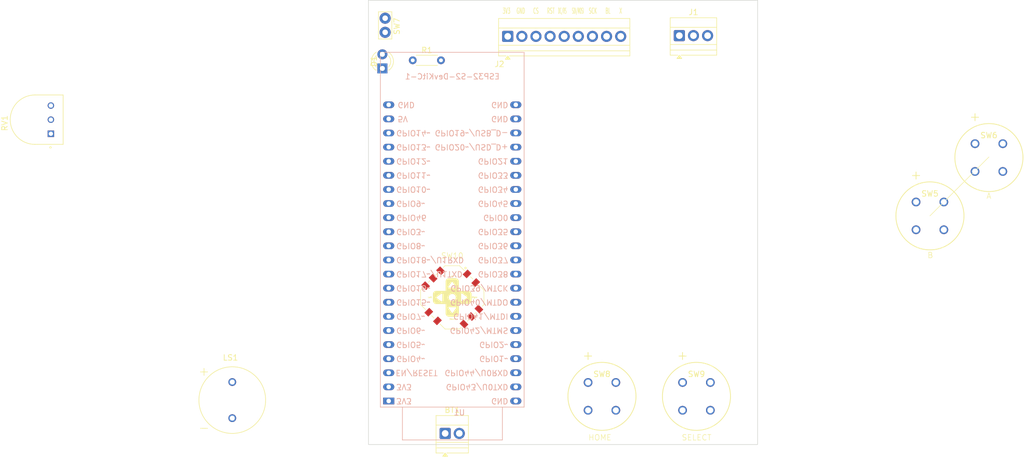
<source format=kicad_pcb>
(kicad_pcb (version 20241229) (generator "pcbnew") (generator_version "9.0")
  (layers (0 "F.Cu" signal) (2 "B.Cu" signal) (13 "F.Paste" user) (15 "B.Paste" user) (5 "F.SilkS" user "F.Silkscreen") (7 "B.SilkS" user "B.Silkscreen") (1 "F.Mask" user) (3 "B.Mask" user) (25 "Edge.Cuts" user))
  (net 0 "")
  (net 1 "5V-IN")
  (net 2 "GND")
  (net 3 "Net-(D1-A)")
  (net 4 "CS")
  (net 6 "SDI{slash}MOSI")
  (net 7 "SCK")
  (net 8 "3V3")
  (net 9 "DC{slash}RS")
  (net 10 "RESET")
  (net 11 "PIEZO")
  (net 12 "PowerLED")
  (net 13 "VOLUME")
  (net 15 "B")
  (net 19 "A")
  (net 21 "HOME")
  (net 23 "SELECT")
  (net 26 "CENTER")
  (net 27 "UP")
  (net 28 "DOWN")
  (net 29 "LEFT")
  (net 30 "RIGHT")
  (net 34 "TX")
  (net 42 "Net-(SW7-B)")
  (net 44 "RX")
  (footprint "GooseCustom:Multi-Directional Switch 5 Position" (layer "F.Cu") (at 87.57 136)
    (property "Reference" "SW10" (at 0 -7.5 0) (layer "F.SilkS") (effects (font (thickness 0.1))))
    (property "Value" "Nav Switch")
    (fp_line (start -5.7 -1.3) (end -5.4 -1.6) (stroke (width 0.1)) (layer "F.SilkS"))
    (fp_line (start -5.7 1.300001) (end -5.7 -1.3) (stroke (width 0.1)) (layer "F.SilkS"))
    (fp_line (start -4.8 2.2) (end -5.7 1.300001) (stroke (width 0.1)) (layer "F.SilkS"))
    (fp_line (start -4 -3) (end -4.3 -2.7) (stroke (width 0.1)) (layer "F.SilkS"))
    (fp_line (start -3.3 3.7) (end -3.7 3.3) (stroke (width 0.1)) (layer "F.SilkS"))
    (fp_line (start -2.7 -4.3) (end -3 -4) (stroke (width 0.1)) (layer "F.SilkS"))
    (fp_line (start -1.6 -5.4) (end -1.3 -5.7) (stroke (width 0.1)) (layer "F.SilkS"))
    (fp_line (start -1.3 -5.7) (end 1.3 -5.7) (stroke (width 0.1)) (layer "F.SilkS"))
    (fp_line (start -1.3 5.7) (end -2.2 4.8) (stroke (width 0.1)) (layer "F.SilkS"))
    (fp_line (start 1.3 -5.7) (end 2.2 -4.8) (stroke (width 0.1)) (layer "F.SilkS"))
    (fp_line (start 1.3 5.7) (end -1.3 5.7) (stroke (width 0.1)) (layer "F.SilkS"))
    (fp_line (start 1.6 5.4) (end 1.3 5.7) (stroke (width 0.1)) (layer "F.SilkS"))
    (fp_line (start 3 4) (end 2.7 4.3) (stroke (width 0.1)) (layer "F.SilkS"))
    (fp_line (start 3.3 -3.7) (end 3.7 -3.3) (stroke (width 0.1)) (layer "F.SilkS"))
    (fp_line (start 4.3 2.7) (end 4 3) (stroke (width 0.1)) (layer "F.SilkS"))
    (fp_line (start 4.8 -2.2) (end 5.7 -1.3) (stroke (width 0.1)) (layer "F.SilkS"))
    (fp_line (start 5.7 -1.3) (end 5.7 1.3) (stroke (width 0.1)) (layer "F.SilkS"))
    (fp_line (start 5.7 1.3) (end 5.4 1.6) (stroke (width 0.1)) (layer "F.SilkS"))
    (fp_circle (center 2.380662 -5.292547) (end 2.280662 -5.292547) (stroke (width 0.2)) (fill yes) (layer "F.SilkS"))
    (fp_poly (pts (xy 0.601544 -3.455956) (xy 0.631353 -3.453764) (xy 0.66087 -3.450151) (xy 0.69005 -3.445152) (xy 0.718845 -3.438802) (xy 0.74721 -3.431133) (xy 0.775097 -3.422181) (xy 0.80246 -3.41198) (xy 0.829253 -3.400563) (xy 0.855429 -3.387965) (xy 0.880942 -3.374219) (xy 0.905744 -3.35936) (xy 0.92979 -3.343423) (xy 0.953034 -3.32644) (xy 0.975427 -3.308447) (xy 0.996925 -3.289476) (xy 1.01748 -3.269564) (xy 1.037047 -3.248742) (xy 1.055577 -3.227046) (xy 1.073026 -3.20451) (xy 1.089346 -3.181168) (xy 1.104491 -3.157054) (xy 1.118414 -3.132201) (xy 1.131069 -3.106645) (xy 1.14241 -3.080419) (xy 1.152389 -3.053557) (xy 1.160961 -3.026094) (xy 1.168078 -2.998063) (xy 1.173695 -2.969499) (xy 1.177765 -2.940436) (xy 1.180241 -2.910907) (xy 1.181076 -2.880947) (xy 1.181076 -1.170681) (xy 2.882876 -1.170681) (xy 2.882894 -1.170684) (xy 2.882902 -1.170685) (xy 2.882911 -1.170687) (xy 2.912895 -1.1699) (xy 2.942496 -1.167568) (xy 2.971679 -1.163731) (xy 3.000407 -1.158433) (xy 3.028645 -1.151715) (xy 3.056357 -1.143619) (xy 3.083509 -1.134187) (xy 3.110063 -1.123459) (xy 3.135984 -1.11148) (xy 3.161237 -1.098289) (xy 3.185787 -1.08393) (xy 3.209597 -1.068443) (xy 3.232631 -1.051872) (xy 3.254855 -1.034256) (xy 3.276232 -1.01564) (xy 3.296727 -0.996063) (xy 3.316304 -0.975569) (xy 3.334928 -0.954199) (xy 3.352562 -0.931995) (xy 3.369172 -0.908999) (xy 3.384721 -0.885252) (xy 3.399174 -0.860796) (xy 3.412496 -0.835674) (xy 3.42465 -0.809927) (xy 3.435601 -0.783597) (xy 3.445313 -0.756726) (xy 3.453751 -0.729356) (xy 3.460879 -0.701528) (xy 3.466661 -0.673285) (xy 3.471062 -0.644668) (xy 3.474046 -0.615719) (xy 3.475578 -0.58648) (xy 3.475578 0.573454) (xy 3.474815 0.603535) (xy 3.472551 0.633417) (xy 3.468825 0.663052) (xy 3.463672 0.692389) (xy 3.45713 0.721378) (xy 3.449236 0.74997) (xy 3.440027 0.778116) (xy 3.429541 0.805766) (xy 3.417815 0.83287) (xy 3.404886 0.859378) (xy 3.39079 0.885242) (xy 3.375567 0.910411) (xy 3.359252 0.934836) (xy 3.341882 0.958467) (xy 3.323496 0.981255) (xy 3.30413 1.003149) (xy 3.283821 1.024101) (xy 3.262606 1.044061) (xy 3.240524 1.062979) (xy 3.21761 1.080805) (xy 3.193903 1.097491) (xy 3.169439 1.112986) (xy 3.144256 1.12724) (xy 3.11839 1.140205) (xy 3.09188 1.15183) (xy 3.064761 1.162066) (xy 3.037072 1.170863) (xy 3.00885 1.178173) (xy 2.980131 1.183944) (xy 2.950954 1.188128) (xy 2.921354 1.190674) (xy 2.89137 1.191534) (xy 1.189571 1.191534) (xy 1.189543 2.901801) (xy 1.188708 2.931016) (xy 1.186232 2.959895) (xy 1.182163 2.988398) (xy 1.176547 3.016488) (xy 1.16943 3.044124) (xy 1.160859 3.071269) (xy 1.15088 3.097884) (xy 1.139541 3.12393) (xy 1.126887 3.149367) (xy 1.112965 3.174159) (xy 1.097821 3.198264) (xy 1.081502 3.221646) (xy 1.064054 3.244265) (xy 1.045525 3.266082) (xy 1.02596 3.287059) (xy 1.005405 3.307157) (xy 0.983908 3.326337) (xy 0.961515 3.344561) (xy 0.938272 3.361789) (xy 0.914227 3.377983) (xy 0.889424 3.393104) (xy 0.863912 3.407114) (xy 0.837735 3.419973) (xy 0.810942 3.431644) (xy 0.783578 3.442086) (xy 0.75569 3.451262) (xy 0.727324 3.459132) (xy 0.698527 3.465658) (xy 0.669345 3.470802) (xy 0.639825 3.474524) (xy 0.610014 3.476785) (xy 0.579957 3.477548) (xy -0.579977 3.477548) (xy -0.61003 3.476809) (xy -0.639839 3.474617) (xy -0.669357 3.471004) (xy -0.698536 3.466005) (xy -0.727332 3.459655) (xy -0.755696 3.451987) (xy -0.783584 3.443035) (xy -0.810947 3.432833) (xy -0.83774 3.421416) (xy -0.863916 3.408818) (xy -0.889428 3.395072) (xy -0.914231 3.380214) (xy -0.938277 3.364276) (xy -0.96152 3.347293) (xy -0.983914 3.3293) (xy -1.005412 3.31033) (xy -1.025967 3.290417) (xy -1.045533 3.269595) (xy -1.064064 3.2479) (xy -1.081512 3.225364) (xy -1.097832 3.202021) (xy -1.112977 3.177907) (xy -1.126901 3.153055) (xy -1.139556 3.127498) (xy -1.150896 3.101272) (xy -1.160876 3.07441) (xy -1.169447 3.046947) (xy -1.176565 3.018916) (xy -1.182182 2.990352) (xy -1.186251 2.961289) (xy -1.188727 2.93176) (xy -1.189563 2.9018) (xy -1.189563 1.866024) (xy -0.676485 1.866024) (xy -0.676471 1.869043) (xy -0.676335 1.872032) (xy -0.676074 1.874996) (xy -0.675688 1.87794) (xy -0.675174 1.880869) (xy -0.674532 1.883786) (xy -0.67376 1.886698) (xy -0.672855 1.889608) (xy -0.671818 1.892522) (xy -0.670645 1.895443) (xy -0.667888 1.901327) (xy -0.664573 1.907299) (xy -0.660688 1.913395) (xy -0.656219 1.919653) (xy -0.080471 2.749386) (xy -0.078812 2.752512) (xy -0.077009 2.755538) (xy -0.075071 2.758465) (xy -0.073002 2.761293) (xy -0.070808 2.764022) (xy -0.068497 2.766651) (xy -0.063546 2.771612) (xy -0.058198 2.776176) (xy -0.052502 2.780343) (xy -0.046508 2.784113) (xy -0.040266 2.787485) (xy -0.033825 2.790461) (xy -0.027235 2.79304) (xy -0.020546 2.795222) (xy -0.013807 2.797007) (xy -0.007068 2.798395) (xy -0.000378 2.799387) (xy 0.006213 2.799982) (xy 0.012655 2.80018) (xy 0.019003 2.799982) (xy 0.025338 2.799387) (xy 0.031649 2.798395) (xy 0.037921 2.797007) (xy 0.044144 2.795222) (xy 0.050305 2.79304) (xy 0.056391 2.790461) (xy 0.06239 2.787485) (xy 0.06829 2.784112) (xy 0.074079 2.780343) (xy 0.079744 2.776176) (xy 0.085272 2.771612) (xy 0.090653 2.766651) (xy 0.095873 2.761293) (xy 0.100919 2.755538) (xy 0.105781 2.749386) (xy 0.689988 1.928119) (xy 0.68999 1.928133) (xy 0.689991 1.92814) (xy 0.689992 1.928147) (xy 0.694461 1.921887) (xy 0.698346 1.915776) (xy 0.701661 1.909765) (xy 0.704417 1.903804) (xy 0.706627 1.897842) (xy 0.708303 1.891832) (xy 0.709458 1.885722) (xy 0.710104 1.879463) (xy 0.710253 1.873005) (xy 0.709918 1.866299) (xy 0.70911 1.859296) (xy 0.707843 1.851944) (xy 0.706129 1.844195) (xy 0.70398 1.835999) (xy 0.701408 1.827306) (xy 0.698425 1.818067) (xy 0.69679 1.814221) (xy 0.695054 1.810615) (xy 0.69322 1.807242) (xy 0.691286 1.804093) (xy 0.689253 1.801162) (xy 0.687121 1.79844) (xy 0.684889 1.795919) (xy 0.682558 1.793593) (xy 0.680128 1.791452) (xy 0.677598 1.78949) (xy 0.674969 1.787698) (xy 0.672241 1.786069) (xy 0.669413 1.784595) (xy 0.666487 1.783268) (xy 0.660336 1.781025) (xy 0.653788 1.779278) (xy 0.646843 1.777966) (xy 0.639501 1.777025) (xy 0.631762 1.776395) (xy 0.623626 1.776012) (xy 0.615094 1.775816) (xy 0.596839 1.775733) (xy -0.563094 1.775733) (xy -0.581347 1.775816) (xy -0.589879 1.776012) (xy -0.598015 1.776395) (xy -0.605753 1.777025) (xy -0.613095 1.777966) (xy -0.616617 1.778572) (xy -0.62004 1.779278) (xy -0.623363 1.780094) (xy -0.626588 1.781025) (xy -0.629713 1.78208) (xy -0.632739 1.783268) (xy -0.635666 1.784595) (xy -0.638493 1.786069) (xy -0.641221 1.787698) (xy -0.64385 1.78949) (xy -0.64638 1.791452) (xy -0.648811 1.793593) (xy -0.651142 1.795919) (xy -0.653374 1.79844) (xy -0.655506 1.801162) (xy -0.657539 1.804093) (xy -0.659473 1.807242) (xy -0.661308 1.810615) (xy -0.663044 1.814221) (xy -0.66468 1.818067) (xy -0.667657 1.825811) (xy -0.670225 1.833196) (xy -0.672371 1.840258) (xy -0.674082 1.847035) (xy -0.675347 1.853563) (xy -0.676152 1.85988) (xy -0.676485 1.866024) (xy -1.189563 1.866024) (xy -1.189563 1.2) (xy -2.899829 1.2) (xy -2.929789 1.198372) (xy -2.959318 1.195105) (xy -2.988381 1.190247) (xy -3.016945 1.183846) (xy -3.044976 1.175951) (xy -3.072439 1.16661) (xy -3.099301 1.15587) (xy -3.125527 1.14378) (xy -3.151083 1.130387) (xy -3.175936 1.115741) (xy -3.20005 1.099888) (xy -3.223392 1.082877) (xy -3.245928 1.064756) (xy -3.267624 1.045573) (xy -3.288445 1.025376) (xy -3.308358 1.004213) (xy -3.327328 0.982132) (xy -3.345322 0.959181) (xy -3.362305 0.935409) (xy -3.378242 0.910863) (xy -3.393101 0.885592) (xy -3.406847 0.859643) (xy -3.419445 0.833064) (xy -3.430862 0.805904) (xy -3.441063 0.778211) (xy -3.450015 0.750032) (xy -3.457684 0.721416) (xy -3.464034 0.692411) (xy -3.469033 0.663065) (xy -3.472646 0.633425) (xy -3.474838 0.603541) (xy -3.475577 0.57346) (xy -3.475577 0.031606) (xy -2.849063 0.031606) (xy -2.848865 0.037955) (xy -2.84827 0.04429) (xy -2.847278 0.050601) (xy -2.84589 0.056873) (xy -2.844104 0.063096) (xy -2.841922 0.069256) (xy -2.839344 0.075342) (xy -2.836368 0.081342) (xy -2.832995 0.087242) (xy -2.829225 0.09303) (xy -2.825059 0.098695) (xy -2.820495 0.104224) (xy -2.815534 0.109605) (xy -2.810176 0.114824) (xy -2.804421 0.119871) (xy -2.798269 0.124733) (xy -1.977002 0.708911) (xy -1.970267 0.712068) (xy -1.962839 0.715125) (xy -1.958897 0.716585) (xy -1.954818 0.717984) (xy -1.950616 0.719308) (xy -1.946302 0.720545) (xy -1.94189 0.721683) (xy -1.93739 0.72271) (xy -1.932816 0.723613) (xy -1.928179 0.724379) (xy -1.923493 0.724997) (xy -1.918769 0.725453) (xy -1.91402 0.725736) (xy -1.909257 0.725833) (xy -1.907647 0.726577) (xy -1.905989 0.727225) (xy -1.904288 0.72778) (xy -1.902547 0.728246) (xy -1.900768 0.728624) (xy -1.898955 0.728919) (xy -1.895239 0.72927) (xy -1.891424 0.729324) (xy -1.887534 0.729105) (xy -1.883594 0.728638) (xy -1.87963 0.727948) (xy -1.875665 0.72706) (xy -1.871725 0.725998) (xy -1.867835 0.724788) (xy -1.86402 0.723453) (xy -1.860304 0.72202) (xy -1.856712 0.720512) (xy -1.85327 0.718954) (xy -1.850002 0.717372) (xy -1.843659 0.714001) (xy -1.837366 0.710233) (xy -1.831172 0.706067) (xy -1.825127 0.701504) (xy -1.81928 0.696545) (xy -1.813682 0.691187) (xy -1.808381 0.685433) (xy -1.803428 0.679282) (xy -1.798871 0.672734) (xy -1.794761 0.665789) (xy -1.791147 0.658447) (xy -1.788079 0.650709) (xy -1.786765 0.64669) (xy -1.785607 0.642573) (xy -1.784609 0.638356) (xy -1.783779 0.634041) (xy -1.783123 0.629626) (xy -1.782646 0.625112) (xy -1.782356 0.620499) (xy -1.782257 0.615786) (xy -1.777869 0.014655) (xy -0.637146 0.014655) (xy -0.636427 0.045204) (xy -0.634269 0.075694) (xy -0.630672 0.106067) (xy -0.625636 0.136262) (xy -0.619162 0.166222) (xy -0.611249 0.195888) (xy -0.601898 0.2252) (xy -0.591107 0.254099) (xy -0.578878 0.282528) (xy -0.565211 0.310426) (xy -0.550104 0.337736) (xy -0.533559 0.364397) (xy -0.515575 0.390352) (xy -0.496152 0.415541) (xy -0.475291 0.439905) (xy -0.452991 0.463386) (xy -0.429509 0.485686) (xy -0.405144 0.506547) (xy -0.379955 0.52597) (xy -0.354 0.543954) (xy -0.327338 0.560499) (xy -0.300028 0.575606) (xy -0.272129 0.589273) (xy -0.2437 0.601502) (xy -0.2148 0.612293) (xy -0.185488 0.621644) (xy -0.155822 0.629557) (xy -0.125862 0.636032) (xy -0.095667 0.641067) (xy -0.065294 0.644664) (xy -0.034804 0.646822) (xy -0.004255 0.647541) (xy 0.026294 0.646822) (xy 0.056784 0.644664) (xy 0.087157 0.641067) (xy 0.117352 0.636032) (xy 0.147312 0.629557) (xy 0.176978 0.621644) (xy 0.20629 0.612293) (xy 0.235189 0.601502) (xy 0.263618 0.589273) (xy 0.291516 0.575606) (xy 0.295327 0.573498) (xy 1.59591 0.573498) (xy 1.595984 0.577465) (xy 1.596205 0.581428) (xy 1.596573 0.585382) (xy 1.597084 0.589322) (xy 1.597738 0.593243) (xy 1.598534 0.597141) (xy 1.599469 0.601011) (xy 1.600542 0.604849) (xy 1.601751 0.608649) (xy 1.603095 0.612408) (xy 1.604573 0.61612) (xy 1.606183 0.619781) (xy 1.607922 0.623385) (xy 1.609791 0.62693) (xy 1.611786 0.630409) (xy 1.613907 0.633819) (xy 1.616152 0.637154) (xy 1.61852 0.64041) (xy 1.621008 0.643582) (xy 1.623616 0.646666) (xy 1.626342 0.649657) (xy 1.629184 0.65255) (xy 1.63214 0.655341) (xy 1.63521 0.658025) (xy 1.638391 0.660597) (xy 1.641683 0.663052) (xy 1.645083 0.665387) (xy 1.648589 0.667596) (xy 1.652201 0.669675) (xy 1.655917 0.671619) (xy 1.659736 0.673423) (xy 1.663654 0.675084) (xy 1.667016 0.675179) (xy 1.670712 0.675447) (xy 1.674681 0.675864) (xy 1.678862 0.676406) (xy 1.687609 0.677761) (xy 1.696455 0.679314) (xy 1.712461 0.682223) (xy 1.718628 0.683181) (xy 1.721036 0.68345) (xy 1.72291 0.683545) (xy 1.725292 0.684264) (xy 1.727672 0.684839) (xy 1.73005 0.685275) (xy 1.732422 0.685576) (xy 1.734789 0.685746) (xy 1.737148 0.685791) (xy 1.739497 0.685715) (xy 1.741836 0.685523) (xy 1.744162 0.685219) (xy 1.746474 0.684808) (xy 1.74877 0.684295) (xy 1.75105 0.683684) (xy 1.753311 0.68298) (xy 1.755551 0.682188) (xy 1.759966 0.680357) (xy 1.764281 0.678229) (xy 1.768483 0.675841) (xy 1.772562 0.673229) (xy 1.776504 0.670432) (xy 1.780296 0.667487) (xy 1.783927 0.664431) (xy 1.787384 0.6613) (xy 1.790654 0.658133) (xy 2.620388 0.082386) (xy 2.620391 0.082383) (xy 2.620394 0.08238) (xy 2.6204 0.082374) (xy 2.620403 0.08237) (xy 2.620406 0.082367) (xy 2.620409 0.082364) (xy 2.620412 0.082361) (xy 2.62656 0.077593) (xy 2.632287 0.0728) (xy 2.637566 0.067957) (xy 2.642374 0.06304) (xy 2.646686 0.058024) (xy 2.650477 0.052885) (xy 2.652169 0.050261) (xy 2.653722 0.047596) (xy 2.655132 0.044889) (xy 2.656396 0.042135) (xy 2.657512 0.039331) (xy 2.658475 0.036475) (xy 2.659284 0.033563) (xy 2.659934 0.030593) (xy 2.660424 0.02756) (xy 2.660749 0.024463) (xy 2.660907 0.021297) (xy 2.660894 0.018061) (xy 2.660708 0.01475) (xy 2.660345 0.011362) (xy 2.659802 0.007893) (xy 2.659077 0.004341) (xy 2.658165 0.000702) (xy 2.657065 -0.003026) (xy 2.655772 -0.006848) (xy 2.654284 -0.010765) (xy 2.654086 -0.017113) (xy 2.653491 -0.023449) (xy 2.652499 -0.029759) (xy 2.651111 -0.036032) (xy 2.649326 -0.042254) (xy 2.647144 -0.048415) (xy 2.644565 -0.054501) (xy 2.641589 -0.0605) (xy 2.638216 -0.0664) (xy 2.634447 -0.072189) (xy 2.63028 -0.077854) (xy 2.625716 -0.083383) (xy 2.620755 -0.088763) (xy 2.615397 -0.093983) (xy 2.609642 -0.09903) (xy 2.60349 -0.103891) (xy 1.782223 -0.688098) (xy 1.775775 -0.691167) (xy 1.76914 -0.694014) (xy 1.762333 -0.696613) (xy 1.755364 -0.698939) (xy 1.748246 -0.700967) (xy 1.740992 -0.702673) (xy 1.733614 -0.704032) (xy 1.726125 -0.70502) (xy 1.718537 -0.705611) (xy 1.710861 -0.70578) (xy 1.703112 -0.705503) (xy 1.6953 -0.704755) (xy 1.687439 -0.703512) (xy 1.679541 -0.701748) (xy 1.671618 -0.699438) (xy 1.663682 -0.696559) (xy 1.65734 -0.693188) (xy 1.651046 -0.68942) (xy 1.644852 -0.685254) (xy 1.638807 -0.680691) (xy 1.632961 -0.675731) (xy 1.627362 -0.670374) (xy 1.622061 -0.66462) (xy 1.617108 -0.658469) (xy 1.612551 -0.651921) (xy 1.608441 -0.644976) (xy 1.604827 -0.637634) (xy 1.601759 -0.629895) (xy 1.600446 -0.625877) (xy 1.599287 -0.62176) (xy 1.598289 -0.617543) (xy 1.597459 -0.613227) (xy 1.596803 -0.608813) (xy 1.596326 -0.604298) (xy 1.596036 -0.599685) (xy 1.595938 -0.594973) (xy 1.59591 0.573498) (xy 0.295327 0.573498) (xy 0.318826 0.560499) (xy 0.345487 0.543954) (xy 0.371442 0.52597) (xy 0.396631 0.506547) (xy 0.420995 0.485686) (xy 0.444476 0.463386) (xy 0.467544 0.439904) (xy 0.489124 0.415539) (xy 0.509216 0.390349) (xy 0.52782 0.364394) (xy 0.544935 0.337731) (xy 0.560562 0.310421) (xy 0.5747 0.282521) (xy 0.587351 0.254092) (xy 0.598513 0.225191) (xy 0.608187 0.195877) (xy 0.616372 0.166211) (xy 0.62307 0.13625) (xy 0.628279 0.106053) (xy 0.631999 0.07568) (xy 0.634232 0.045189) (xy 0.634976 0.014639) (xy 0.634232 -0.01591) (xy 0.631999 -0.046401) (xy 0.628279 -0.076774) (xy 0.62307 -0.10697) (xy 0.616372 -0.13693) (xy 0.608187 -0.166595) (xy 0.598513 -0.195907) (xy 0.587351 -0.224806) (xy 0.5747 -0.253234) (xy 0.560562 -0.281132) (xy 0.544935 -0.30844) (xy 0.52782 -0.3351) (xy 0.509216 -0.361053) (xy 0.489124 -0.38624) (xy 0.467544 -0.410603) (xy 0.444476 -0.434081) (xy 0.420994 -0.456381) (xy 0.39663 -0.477242) (xy 0.37144 -0.496665) (xy 0.345485 -0.514649) (xy 0.318823 -0.531194) (xy 0.291513 -0.5463) (xy 0.263614 -0.559968) (xy 0.235186 -0.572197) (xy 0.206285 -0.582988) (xy 0.176973 -0.592339) (xy 0.147307 -0.600252) (xy 0.117347 -0.606726) (xy 0.087152 -0.611762) (xy 0.056779 -0.615359) (xy 0.026289 -0.617517) (xy -0.00426 -0.618236) (xy -0.034809 -0.617517) (xy -0.065299 -0.615359) (xy -0.095672 -0.611762) (xy -0.125867 -0.606726) (xy -0.155827 -0.600252) (xy -0.185493 -0.592339) (xy -0.214805 -0.582988) (xy -0.243704 -0.572197) (xy -0.272133 -0.559968) (xy -0.300031 -0.5463) (xy -0.327341 -0.531194) (xy -0.354002 -0.514649) (xy -0.379957 -0.496665) (xy -0.405146 -0.477242) (xy -0.42951 -0.456381) (xy -0.452991 -0.434081) (xy -0.475291 -0.410599) (xy -0.496152 -0.386234) (xy -0.515575 -0.361045) (xy -0.533559 -0.33509) (xy -0.550104 -0.308428) (xy -0.565211 -0.281118) (xy -0.578878 -0.253219) (xy -0.591107 -0.22479) (xy -0.601898 -0.19589) (xy -0.611249 -0.166578) (xy -0.619162 -0.136912) (xy -0.625636 -0.106952) (xy -0.630672 -0.076757) (xy -0.634269 -0.046384) (xy -0.636427 -0.015894) (xy -0.637146 0.014655) (xy -1.777869 0.014655) (xy -1.773791 -0.544142) (xy -1.773865 -0.54811) (xy -1.774086 -0.552073) (xy -1.774454 -0.556027) (xy -1.774965 -0.559967) (xy -1.775619 -0.563888) (xy -1.776415 -0.567786) (xy -1.77735 -0.571656) (xy -1.778423 -0.575493) (xy -1.779632 -0.579294) (xy -1.780976 -0.583052) (xy -1.782454 -0.586764) (xy -1.784063 -0.590425) (xy -1.785803 -0.59403) (xy -1.787671 -0.597574) (xy -1.789667 -0.601054) (xy -1.791788 -0.604463) (xy -1.794033 -0.607798) (xy -1.7964 -0.611054) (xy -1.798889 -0.614227) (xy -1.801497 -0.61731) (xy -1.804222 -0.620301) (xy -1.807064 -0.623194) (xy -1.810021 -0.625985) (xy -1.813091 -0.628669) (xy -1.816272 -0.631241) (xy -1.819563 -0.633697) (xy -1.822963 -0.636031) (xy -1.82647 -0.638241) (xy -1.830082 -0.640319) (xy -1.833798 -0.642263) (xy -1.837616 -0.644068) (xy -1.841535 -0.645728) (xy -1.848172 -0.648705) (xy -1.855328 -0.651273) (xy -1.862931 -0.653419) (xy -1.870906 -0.65513) (xy -1.879178 -0.656395) (xy -1.887673 -0.6572) (xy -1.896317 -0.657534) (xy -1.905036 -0.657383) (xy -1.913754 -0.656736) (xy -1.922398 -0.655581) (xy -1.930893 -0.653904) (xy -1.939165 -0.651693) (xy -1.94714 -0.648937) (xy -1.954742 -0.645622) (xy -1.961899 -0.641736) (xy -1.965287 -0.639575) (xy -1.968535 -0.637267) (xy -2.798269 -0.06152) (xy -2.801394 -0.05986) (xy -2.804421 -0.058058) (xy -2.807348 -0.056119) (xy -2.810176 -0.05405) (xy -2.812905 -0.051857) (xy -2.815534 -0.049546) (xy -2.820495 -0.044594) (xy -2.825059 -0.039246) (xy -2.829225 -0.03355) (xy -2.832995 -0.027556) (xy -2.836368 -0.021314) (xy -2.839344 -0.014873) (xy -2.841922 -0.008283) (xy -2.844104 -0.001594) (xy -2.84589 0.005145) (xy -2.847278 0.011884) (xy -2.84827 0.018574) (xy -2.848865 0.025165) (xy -2.849063 0.031606) (xy -3.475577 0.031606) (xy -3.475577 -0.586474) (xy -3.474838 -0.615713) (xy -3.472646 -0.644663) (xy -3.469033 -0.67328) (xy -3.464034 -0.701524) (xy -3.457684 -0.729352) (xy -3.450015 -0.756723) (xy -3.441063 -0.783594) (xy -3.430862 -0.809924) (xy -3.419445 -0.835671) (xy -3.406847 -0.860793) (xy -3.393101 -0.885249) (xy -3.378242 -0.908996) (xy -3.362305 -0.931992) (xy -3.345322 -0.954196) (xy -3.327329 -0.975566) (xy -3.308358 -0.99606) (xy -3.288446 -1.015636) (xy -3.267624 -1.034253) (xy -3.245928 -1.051867) (xy -3.223392 -1.068439) (xy -3.20005 -1.083925) (xy -3.175936 -1.098285) (xy -3.151083 -1.111475) (xy -3.125527 -1.123454) (xy -3.099301 -1.134181) (xy -3.072439 -1.143614) (xy -3.044976 -1.15171) (xy -3.016945 -1.158428) (xy -2.988381 -1.163726) (xy -2.959318 -1.167562) (xy -2.929789 -1.169894) (xy -2.899829 -1.170681) (xy -1.189563 -1.170681) (xy -1.189563 -1.857094) (xy -0.718775 -1.857094) (xy -0.718443 -1.850183) (xy -0.717639 -1.843148) (xy -0.716377 -1.835977) (xy -0.714669 -1.828657) (xy -0.712527 -1.821176) (xy -0.709963 -1.813521) (xy -0.706991 -1.805681) (xy -0.706995 -1.805709) (xy -0.705333 -1.801886) (xy -0.703526 -1.798348) (xy -0.70158 -1.795079) (xy -0.6995 -1.792066) (xy -0.697289 -1.789295) (xy -0.694952 -1.786751) (xy -0.692495 -1.784422) (xy -0.689921 -1.782292) (xy -0.687236 -1.780349) (xy -0.684444 -1.778578) (xy -0.68155 -1.776964) (xy -0.678558 -1.775495) (xy -0.6723 -1.772934) (xy -0.665708 -1.770782) (xy -0.658818 -1.768928) (xy -0.651667 -1.76726) (xy -0.636734 -1.764037) (xy -0.629026 -1.762258) (xy -0.621206 -1.760219) (xy -0.613312 -1.757808) (xy -0.605381 -1.754914) (xy 0.554552 -1.754914) (xy 0.570377 -1.755014) (xy 0.578196 -1.755249) (xy 0.585904 -1.755708) (xy 0.593463 -1.756465) (xy 0.600835 -1.757593) (xy 0.60444 -1.75832) (xy 0.607985 -1.759168) (xy 0.611464 -1.760146) (xy 0.614874 -1.761264) (xy 0.618209 -1.76253) (xy 0.621465 -1.763955) (xy 0.624637 -1.765547) (xy 0.627721 -1.767315) (xy 0.630712 -1.76927) (xy 0.633605 -1.77142) (xy 0.636395 -1.773775) (xy 0.639079 -1.776343) (xy 0.641651 -1.779135) (xy 0.644107 -1.782159) (xy 0.646442 -1.785425) (xy 0.648651 -1.788943) (xy 0.65073 -1.79272) (xy 0.652674 -1.796768) (xy 0.654478 -1.801094) (xy 0.656138 -1.805709) (xy 0.659116 -1.813453) (xy 0.661684 -1.820838) (xy 0.663829 -1.8279) (xy 0.665541 -1.834676) (xy 0.666805 -1.841205) (xy 0.66761 -1.847522) (xy 0.667944 -1.853666) (xy 0.66793 -1.856684) (xy 0.667793 -1.859673) (xy 0.667533 -1.862638) (xy 0.667146 -1.865582) (xy 0.666633 -1.86851) (xy 0.665991 -1.871428) (xy 0.665218 -1.87434) (xy 0.664314 -1.87725) (xy 0.663276 -1.880163) (xy 0.662103 -1.883085) (xy 0.659347 -1.888969) (xy 0.656032 -1.894941) (xy 0.652146 -1.901037) (xy 0.647677 -1.907295) (xy 0.07193 -2.737028) (xy 0.07027 -2.740154) (xy 0.068468 -2.74318) (xy 0.066529 -2.746108) (xy 0.06446 -2.748936) (xy 0.062267 -2.751664) (xy 0.059956 -2.754294) (xy 0.055004 -2.759254) (xy 0.049656 -2.763818) (xy 0.04396 -2.767985) (xy 0.037966 -2.771755) (xy 0.031724 -2.775127) (xy 0.025283 -2.778103) (xy 0.018693 -2.780682) (xy 0.012004 -2.782864) (xy 0.005265 -2.784649) (xy -0.001474 -2.786038) (xy -0.008164 -2.787029) (xy -0.014754 -2.787624) (xy -0.021196 -2.787822) (xy -0.027545 -2.787624) (xy -0.03388 -2.787029) (xy -0.04019 -2.786038) (xy -0.046463 -2.784649) (xy -0.052686 -2.782864) (xy -0.058846 -2.780682) (xy -0.064932 -2.778103) (xy -0.070932 -2.775127) (xy -0.076832 -2.771755) (xy -0.08262 -2.767985) (xy -0.088285 -2.763818) (xy -0.093814 -2.759254) (xy -0.099195 -2.754294) (xy -0.104414 -2.748936) (xy -0.109461 -2.74318) (xy -0.114323 -2.737028) (xy -0.69853 -1.915761) (xy -0.702994 -1.909408) (xy -0.706875 -1.903042) (xy -0.710186 -1.896652) (xy -0.71294 -1.890224) (xy -0.715148 -1.883747) (xy -0.716823 -1.877207) (xy -0.717978 -1.870594) (xy -0.718625 -1.863893) (xy -0.718775 -1.857094) (xy -1.189563 -1.857094) (xy -1.189563 -2.880947) (xy -1.188727 -2.910163) (xy -1.186252 -2.939041) (xy -1.182183 -2.967545) (xy -1.176566 -2.995634) (xy -1.16945 -3.023271) (xy -1.160879 -3.050416) (xy -1.1509 -3.077031) (xy -1.139561 -3.103076) (xy -1.126907 -3.128514) (xy -1.112984 -3.153305) (xy -1.097841 -3.177411) (xy -1.081522 -3.200793) (xy -1.064074 -3.223412) (xy -1.045545 -3.245229) (xy -1.025979 -3.266206) (xy -1.005425 -3.286304) (xy -0.983928 -3.305484) (xy -0.961535 -3.323708) (xy -0.938292 -3.340936) (xy -0.914246 -3.35713) (xy -0.889444 -3.372251) (xy -0.863931 -3.386261) (xy -0.837755 -3.39912) (xy -0.810962 -3.41079) (xy -0.783598 -3.421233) (xy -0.755709 -3.430408) (xy -0.727344 -3.438279) (xy -0.698546 -3.444805) (xy -0.669365 -3.449949) (xy -0.639845 -3.453671) (xy -0.610033 -3.455932) (xy -0.579977 -3.456695) (xy 0.57149 -3.456695)) (stroke (width -0.000001)) (fill yes) (layer "F.SilkS"))
    (fp_text user "Up" (at 0 -3.8 0) (layer "F.SilkS") (effects (font (size 0.25 0.25) (thickness 0.0625))))
    (fp_text user "Right" (at 4 0 0) (layer "F.SilkS") (effects (font (size 0.25 0.25) (thickness 0.0625))))
    (fp_text user "Down" (at 0 3.9 0) (layer "F.SilkS") (effects (font (size 0.25 0.25) (thickness 0.0625))))
    (fp_text user "Left" (at -4 0 0) (layer "F.SilkS") (effects (font (size 0.25 0.25) (thickness 0.0625))))
    (pad "1" smd rect (at 2.669328 -4.224963 135) (size 1 1.25) (layers "F.Cu" "F.Mask" "F.Paste") (net 27 "UP"))
    (pad "2" smd rect (at 4.224963 -2.669328 135) (size 1 1.25) (layers "F.Cu" "F.Mask" "F.Paste") (net 30 "RIGHT"))
    (pad "3" smd rect (at 4.790648 2.103643 225) (size 1 1.25) (layers "F.Cu" "F.Mask" "F.Paste") (net 2 "GND"))
    (pad "4" smd rect (at 3.447146 3.447146 225) (size 1 1.25) (layers "F.Cu" "F.Mask" "F.Paste") (net 26 "CENTER"))
    (pad "5" smd rect (at 2.103643 4.790648 225) (size 1 1.25) (layers "F.Cu" "F.Mask" "F.Paste") (net 28 "DOWN"))
    (pad "6" smd rect (at -2.669328 4.224963 315) (size 1 1.25) (layers "F.Cu" "F.Mask" "F.Paste") (net 2 "GND"))
    (pad "7" smd rect (at -4.224963 2.669328 315) (size 1 1.25) (layers "F.Cu" "F.Mask" "F.Paste") (net 29 "LEFT"))
    (pad "8" smd rect (at -4.790648 -2.103643 45) (size 1 1.25) (layers "F.Cu" "F.Mask" "F.Paste") (net 2 "GND"))
    (pad "9" smd rect (at -3.447146 -3.447146 45) (size 1 1.25) (layers "F.Cu" "F.Mask" "F.Paste") (net 2 "GND"))
    (pad "10" smd rect (at -2.103643 -4.790648 45) (size 1 1.25) (layers "F.Cu" "F.Mask" "F.Paste") (net 2 "GND"))
  )
  (footprint "GooseCustom:Piezo_XDCR_AT-1224-TWT-5V-2-R" (layer "F.Cu") (at 48 154.5)
    (property "Reference" "LS1" (at -0.325 -7.635 0) (layer "F.SilkS"))
    (property "Value" "~")
    (fp_line (start -5.715 -5.08) (end -4.445 -5.08) (stroke (width 0.127)) (layer "F.SilkS"))
    (fp_line (start -5.715 5.08) (end -4.445 5.08) (stroke (width 0.127)) (layer "F.SilkS"))
    (fp_line (start -5.08 -5.715) (end -5.08 -4.445) (stroke (width 0.127)) (layer "F.SilkS"))
    (fp_circle (center 0 0) (end 6 0) (stroke (width 0.127)) (fill no) (layer "F.SilkS"))
    (pad "N" thru_hole circle (at 0 3.25) (size 1.408 1.408) (drill 0.9) (layers "*.Cu" "*.Mask") (net 2 "GND"))
    (pad "P" thru_hole circle (at 0 -3.25) (size 1.408 1.408) (drill 0.9) (layers "*.Cu" "*.Mask") (net 11 "PIEZO"))
  )
  (footprint "TerminalBlock:TerminalBlock_Xinya_XY308-2.54-2P_1x02_P2.54mm_Horizontal" (layer "F.Cu") (at 86.295 160.5)
    (property "Reference" "BT1" (at 1.27 -4.22 0) (layer "F.SilkS"))
    (property "Value" "Battery_Cell")
    (fp_line (start -1.64 -3.22) (end 4.18 -3.22) (stroke (width 0.12)) (layer "F.SilkS"))
    (fp_line (start -1.64 -1.5) (end 4.18 -1.5) (stroke (width 0.12)) (layer "F.SilkS"))
    (fp_line (start -1.64 1.6) (end 4.18 1.6) (stroke (width 0.12)) (layer "F.SilkS"))
    (fp_line (start -1.64 2.6) (end 4.18 2.6) (stroke (width 0.12)) (layer "F.SilkS"))
    (fp_line (start -1.64 3.52) (end -1.64 -3.22) (stroke (width 0.12)) (layer "F.SilkS"))
    (fp_line (start -0.3 3.52) (end -1.64 3.52) (stroke (width 0.12)) (layer "F.SilkS"))
    (fp_line (start 4.18 -3.22) (end 4.18 3.52) (stroke (width 0.12)) (layer "F.SilkS"))
    (fp_line (start 4.18 3.52) (end 0.3 3.52) (stroke (width 0.12)) (layer "F.SilkS"))
    (fp_poly (pts (xy 0 3.52) (xy 0.44 4.13) (xy -0.44 4.13)) (stroke (width 0.12)) (fill yes) (layer "F.SilkS"))
    (pad "1" thru_hole roundrect (at 0 0) (size 2 2) (drill 1.2) (layers "*.Cu" "*.Mask") (roundrect_rratio 0.125) (net 2 "GND"))
    (pad "2" thru_hole circle (at 2.54 0) (size 2 2) (drill 1.2) (layers "*.Cu" "*.Mask") (net 1 "5V-IN"))
  )
  (footprint "GooseCustom:D6R90_CNK Button" (layer "F.Cu") (at 181.606602 108.325505)
    (property "Reference" "SW6" (at 2.5 -1.5 0) (layer "F.SilkS"))
    (property "Value" "SW_Push_Dual" (hide yes))
    (fp_line (start -0.635 -4.764405) (end 0.635 -4.764405) (stroke (width 0.1524)) (layer "F.SilkS"))
    (fp_line (start 0 -4.129405) (end 0 -5.399405) (stroke (width 0.1524)) (layer "F.SilkS"))
    (fp_circle (center 2.5 2.499995) (end 8.6214 2.499995) (stroke (width 0.1524)) (fill no) (layer "F.SilkS"))
    (pad "1" thru_hole circle (at 0 0) (size 1.5748 1.5748) (drill 1.0668) (layers "*.Cu" "*.Mask") (net 2 "GND"))
    (pad "2" thru_hole circle (at 5 0) (size 1.5748 1.5748) (drill 1.0668) (layers "*.Cu" "*.Mask"))
    (pad "3" thru_hole circle (at 5 4.99999) (size 1.5748 1.5748) (drill 1.0668) (layers "*.Cu" "*.Mask"))
    (pad "4" thru_hole circle (at 0 4.99999) (size 1.5748 1.5748) (drill 1.0668) (layers "*.Cu" "*.Mask") (net 19 "A"))
  )
  (footprint "GooseCustom:D6R90_CNK Button" (layer "F.Cu") (at 171 118.825505)
    (property "Reference" "SW5" (at 2.5 -1.5 0) (layer "F.SilkS"))
    (property "Value" "SW_Push_Dual" (hide yes))
    (fp_line (start -0.635 -4.764405) (end 0.635 -4.764405) (stroke (width 0.1524)) (layer "F.SilkS"))
    (fp_line (start 0 -4.129405) (end 0 -5.399405) (stroke (width 0.1524)) (layer "F.SilkS"))
    (fp_circle (center 2.5 2.499995) (end 8.6214 2.499995) (stroke (width 0.1524)) (fill no) (layer "F.SilkS"))
    (pad "1" thru_hole circle (at 0 0) (size 1.5748 1.5748) (drill 1.0668) (layers "*.Cu" "*.Mask") (net 2 "GND"))
    (pad "2" thru_hole circle (at 5 0) (size 1.5748 1.5748) (drill 1.0668) (layers "*.Cu" "*.Mask"))
    (pad "3" thru_hole circle (at 5 4.99999) (size 1.5748 1.5748) (drill 1.0668) (layers "*.Cu" "*.Mask"))
    (pad "4" thru_hole circle (at 0 4.99999) (size 1.5748 1.5748) (drill 1.0668) (layers "*.Cu" "*.Mask") (net 15 "B"))
  )
  (footprint "Resistor_THT:R_Axial_DIN0204_L3.6mm_D1.6mm_P5.08mm_Horizontal" (layer "F.Cu") (at 80.46 93.31)
    (property "Reference" "R1" (at 2.54 -1.81 0) (layer "F.SilkS"))
    (property "Value" "R_US")
    (fp_line (start 0.62 -0.92) (end 4.46 -0.92) (stroke (width 0.12)) (layer "F.SilkS"))
    (fp_line (start 0.62 0.92) (end 4.46 0.92) (stroke (width 0.12)) (layer "F.SilkS"))
    (pad "1" thru_hole circle (at 0 0) (size 1.4 1.4) (drill 0.7) (layers "*.Cu" "*.Mask") (net 3 "Net-(D1-A)"))
    (pad "2" thru_hole circle (at 5.08 0) (size 1.4 1.4) (drill 0.7) (layers "*.Cu" "*.Mask") (net 12 "PowerLED"))
  )
  (footprint "TerminalBlock:TerminalBlock_Xinya_XY308-2.54-9P_1x09_P2.54mm_Horizontal" (layer "F.Cu") (at 97.548572 89)
    (property "Reference" "J2" (at -1.48 5 0) (layer "F.SilkS"))
    (property "Value" "Conn_01x09")
    (fp_line (start -1.64 -3.22) (end 21.96 -3.22) (stroke (width 0.12)) (layer "F.SilkS"))
    (fp_line (start -1.64 -1.5) (end 21.96 -1.5) (stroke (width 0.12)) (layer "F.SilkS"))
    (fp_line (start -1.64 1.6) (end 21.96 1.6) (stroke (width 0.12)) (layer "F.SilkS"))
    (fp_line (start -1.64 2.6) (end 21.96 2.6) (stroke (width 0.12)) (layer "F.SilkS"))
    (fp_line (start -1.64 3.52) (end -1.64 -3.22) (stroke (width 0.12)) (layer "F.SilkS"))
    (fp_line (start -0.3 3.52) (end -1.64 3.52) (stroke (width 0.12)) (layer "F.SilkS"))
    (fp_line (start 21.96 -3.22) (end 21.96 3.52) (stroke (width 0.12)) (layer "F.SilkS"))
    (fp_line (start 21.96 3.52) (end 0.3 3.52) (stroke (width 0.12)) (layer "F.SilkS"))
    (fp_poly (pts (xy 0 3.52) (xy 0.44 4.13) (xy -0.44 4.13)) (stroke (width 0.12)) (fill yes) (layer "F.SilkS"))
    (pad "1" thru_hole roundrect (at 0 0) (size 2 2) (drill 1.2) (layers "*.Cu" "*.Mask") (roundrect_rratio 0.125) (net 8 "3V3"))
    (pad "2" thru_hole circle (at 2.54 0) (size 2 2) (drill 1.2) (layers "*.Cu" "*.Mask") (net 2 "GND"))
    (pad "3" thru_hole circle (at 5.08 0) (size 2 2) (drill 1.2) (layers "*.Cu" "*.Mask") (net 4 "CS"))
    (pad "4" thru_hole circle (at 7.62 0) (size 2 2) (drill 1.2) (layers "*.Cu" "*.Mask") (net 10 "RESET"))
    (pad "5" thru_hole circle (at 10.16 0) (size 2 2) (drill 1.2) (layers "*.Cu" "*.Mask") (net 9 "DC{slash}RS"))
    (pad "6" thru_hole circle (at 12.7 0) (size 2 2) (drill 1.2) (layers "*.Cu" "*.Mask") (net 6 "SDI{slash}MOSI"))
    (pad "7" thru_hole circle (at 15.24 0) (size 2 2) (drill 1.2) (layers "*.Cu" "*.Mask") (net 7 "SCK"))
    (pad "8" thru_hole circle (at 17.78 0) (size 2 2) (drill 1.2) (layers "*.Cu" "*.Mask") (net 8 "3V3"))
    (pad "9" thru_hole circle (at 20.32 0) (size 2 2) (drill 1.2) (layers "*.Cu" "*.Mask"))
  )
  (footprint "GooseCustom:D6R90_CNK Button" (layer "F.Cu") (at 112 151.325505)
    (property "Reference" "SW8" (at 2.5 -1.5 0) (layer "F.SilkS"))
    (property "Value" "SW_Push_Dual" (hide yes))
    (fp_line (start -0.635 -4.764405) (end 0.635 -4.764405) (stroke (width 0.1524)) (layer "F.SilkS"))
    (fp_line (start 0 -4.129405) (end 0 -5.399405) (stroke (width 0.1524)) (layer "F.SilkS"))
    (fp_circle (center 2.5 2.499995) (end 8.6214 2.499995) (stroke (width 0.1524)) (fill no) (layer "F.SilkS"))
    (pad "1" thru_hole circle (at 0 0) (size 1.5748 1.5748) (drill 1.0668) (layers "*.Cu" "*.Mask") (net 2 "GND"))
    (pad "2" thru_hole circle (at 5 0) (size 1.5748 1.5748) (drill 1.0668) (layers "*.Cu" "*.Mask"))
    (pad "3" thru_hole circle (at 5 4.99999) (size 1.5748 1.5748) (drill 1.0668) (layers "*.Cu" "*.Mask"))
    (pad "4" thru_hole circle (at 0 4.99999) (size 1.5748 1.5748) (drill 1.0668) (layers "*.Cu" "*.Mask") (net 21 "HOME"))
  )
  (footprint "GooseCustom:D6R90_CNK Button" (layer "F.Cu") (at 129 151.325505)
    (property "Reference" "SW9" (at 2.5 -1.5 0) (layer "F.SilkS"))
    (property "Value" "SW_Push_Dual" (hide yes))
    (fp_line (start -0.635 -4.764405) (end 0.635 -4.764405) (stroke (width 0.1524)) (layer "F.SilkS"))
    (fp_line (start 0 -4.129405) (end 0 -5.399405) (stroke (width 0.1524)) (layer "F.SilkS"))
    (fp_circle (center 2.5 2.499995) (end 8.6214 2.499995) (stroke (width 0.1524)) (fill no) (layer "F.SilkS"))
    (pad "1" thru_hole circle (at 0 0) (size 1.5748 1.5748) (drill 1.0668) (layers "*.Cu" "*.Mask") (net 2 "GND"))
    (pad "2" thru_hole circle (at 5 0) (size 1.5748 1.5748) (drill 1.0668) (layers "*.Cu" "*.Mask"))
    (pad "3" thru_hole circle (at 5 4.99999) (size 1.5748 1.5748) (drill 1.0668) (layers "*.Cu" "*.Mask"))
    (pad "4" thru_hole circle (at 0 4.99999) (size 1.5748 1.5748) (drill 1.0668) (layers "*.Cu" "*.Mask") (net 23 "SELECT"))
  )
  (footprint "GooseCustom:Thumb_TRIM_3352T-1-104LF" (layer "F.Cu") (at 12.5 104 90)
    (property "Reference" "RV1" (at -0.625 -5.435 90) (layer "F.SilkS"))
    (property "Value" "R_VolumeSlider")
    (fp_line (start 4.445 0) (end 4.445 5.08) (stroke (width 0.127)) (layer "F.SilkS"))
    (fp_line (start -4.445 0) (end -4.445 5.08) (stroke (width 0.127)) (layer "F.SilkS"))
    (fp_line (start -4.445 5.08) (end 4.445 5.08) (stroke (width 0.127)) (layer "F.SilkS"))
    (fp_arc (start -4.445 0) (mid 0 -4.445) (end 4.445 0) (stroke (width 0.127)) (layer "F.SilkS"))
    (fp_circle (center -5 2.8) (end -4.9 2.8) (stroke (width 0.2)) (fill no) (layer "F.SilkS"))
    (pad "1" thru_hole rect (at -2.54 2.87 90) (size 1.16 1.16) (drill 0.76) (layers "*.Cu" "*.Mask") (net 8 "3V3"))
    (pad "2" thru_hole circle (at 0 2.87 90) (size 1.16 1.16) (drill 0.76) (layers "*.Cu" "*.Mask") (net 13 "VOLUME"))
    (pad "3" thru_hole circle (at 2.54 2.87 90) (size 1.16 1.16) (drill 0.76) (layers "*.Cu" "*.Mask") (net 2 "GND"))
  )
  (footprint "TestPoint:TestPoint_Bridge_Pitch2.54mm_Drill1.0mm" (layer "F.Cu") (at 75.5 88.27 90)
    (property "Reference" "SW7" (at 1.1 2.1 90) (layer "F.SilkS"))
    (property "Value" "SW_SPST")
    (fp_line (start 3.7 -1.2) (end -1.2 -1.2) (stroke (width 0.12)) (layer "F.SilkS"))
    (fp_line (start -1.2 -1.2) (end -1.2 1.2) (stroke (width 0.12)) (layer "F.SilkS"))
    (fp_line (start 3.7 1.2) (end 3.7 -1.2) (stroke (width 0.12)) (layer "F.SilkS"))
    (fp_line (start -1.2 1.2) (end 3.7 1.2) (stroke (width 0.12)) (layer "F.SilkS"))
    (pad "1" thru_hole circle (at 0 0 90) (size 2 2) (drill 1) (layers "*.Cu" "*.Mask") (net 1 "5V-IN"))
    (pad "1" thru_hole circle (at 2.54 0 90) (size 2 2) (drill 1) (layers "*.Cu" "*.Mask") (net 1 "5V-IN"))
  )
  (footprint "TerminalBlock:TerminalBlock_Xinya_XY308-2.54-3P_1x03_P2.54mm_Horizontal" (layer "F.Cu") (at 128.42 88.866625)
    (property "Reference" "J1" (at 2.54 -4.22 0) (layer "F.SilkS"))
    (property "Value" "Serial Jack")
    (fp_line (start -1.64 -3.22) (end 6.72 -3.22) (stroke (width 0.12)) (layer "F.SilkS"))
    (fp_line (start -1.64 -1.5) (end 6.72 -1.5) (stroke (width 0.12)) (layer "F.SilkS"))
    (fp_line (start -1.64 1.6) (end 6.72 1.6) (stroke (width 0.12)) (layer "F.SilkS"))
    (fp_line (start -1.64 2.6) (end 6.72 2.6) (stroke (width 0.12)) (layer "F.SilkS"))
    (fp_line (start -1.64 3.52) (end -1.64 -3.22) (stroke (width 0.12)) (layer "F.SilkS"))
    (fp_line (start -0.3 3.52) (end -1.64 3.52) (stroke (width 0.12)) (layer "F.SilkS"))
    (fp_line (start 6.72 -3.22) (end 6.72 3.52) (stroke (width 0.12)) (layer "F.SilkS"))
    (fp_line (start 6.72 3.52) (end 0.3 3.52) (stroke (width 0.12)) (layer "F.SilkS"))
    (fp_poly (pts (xy 0 3.52) (xy 0.44 4.13) (xy -0.44 4.13)) (stroke (width 0.12)) (fill yes) (layer "F.SilkS"))
    (pad "1" thru_hole roundrect (at 0 0) (size 2 2) (drill 1.2) (layers "*.Cu" "*.Mask") (roundrect_rratio 0.125) (net 2 "GND"))
    (pad "2" thru_hole circle (at 2.54 0) (size 2 2) (drill 1.2) (layers "*.Cu" "*.Mask") (net 34 "TX"))
    (pad "3" thru_hole circle (at 5.08 0) (size 2 2) (drill 1.2) (layers "*.Cu" "*.Mask") (net 44 "RX"))
  )
  (footprint "LED_THT:LED_D3.0mm" (layer "F.Cu") (at 75 94.77 90)
    (property "Reference" "D1" (at 1.27 -1.5 90) (layer "F.SilkS"))
    (property "Value" "Power_LED")
    (fp_line (start -0.29 -1.236) (end -0.29 -1.08) (stroke (width 0.12)) (layer "F.SilkS"))
    (fp_line (start -0.29 1.08) (end -0.29 1.236) (stroke (width 0.12)) (layer "F.SilkS"))
    (fp_arc (start -0.29 -1.235516) (mid 1.36566 -1.987699) (end 2.941437 -1.08) (stroke (width 0.12)) (layer "F.SilkS"))
    (fp_arc (start 0.229039 -1.08) (mid 1.27 -1.5) (end 2.310961 -1.08) (stroke (width 0.12)) (layer "F.SilkS"))
    (fp_arc (start 2.941437 1.08) (mid 1.36566 1.987699) (end -0.29 1.235516) (stroke (width 0.12)) (layer "F.SilkS"))
    (fp_arc (start 2.310961 1.08) (mid 1.27 1.5) (end 0.229039 1.08) (stroke (width 0.12)) (layer "F.SilkS"))
    (pad "1" thru_hole rect (at 0 0 90) (size 1.8 1.8) (drill 0.9) (layers "*.Cu" "*.Mask") (net 2 "GND"))
    (pad "2" thru_hole circle (at 2.54 0 90) (size 1.8 1.8) (drill 0.9) (layers "*.Cu" "*.Mask") (net 3 "Net-(D1-A)"))
  )
  (footprint "PCM_Espressif:ESP32-S2-DevKitC-1" (layer "B.Cu") (at 76.14 154.66)
    (property "Reference" "U1" (at 12.7 2.1 180) (layer "B.SilkS") (effects (justify mirror)))
    (property "Value" "ESP32-S2-DevKitC-1" (at 11.43 -58.42 0) (layer "B.SilkS") (effects (justify mirror)))
    (fp_line (start -1.5 -62.79728) (end 24.359999 -62.79728) (stroke (width 0.12)) (layer "B.SilkS"))
    (fp_line (start -1.499999 1.1) (end -1.5 -62.79728) (stroke (width 0.12)) (layer "B.SilkS"))
    (fp_line (start 2.46012 1.12032) (end 2.46012 7.01312) (stroke (width 0.12)) (layer "B.SilkS"))
    (fp_line (start 2.46012 7.01312) (end 20.44332 7.01312) (stroke (width 0.12)) (layer "B.SilkS"))
    (fp_line (start 20.44332 7.01312) (end 20.44332 1.12032) (stroke (width 0.12)) (layer "B.SilkS"))
    (fp_line (start 24.359999 -62.79728) (end 24.36 1.1) (stroke (width 0.12)) (layer "B.SilkS"))
    (fp_line (start 24.36 1.1) (end -1.499999 1.1) (stroke (width 0.12)) (layer "B.SilkS"))
    (fp_text user "GPIO12~" (at 1.27 -43.18 180) (layer "B.SilkS") (effects (justify left mirror)))
    (fp_text user "GPIO38" (at 21.59 -22.86 180) (layer "B.SilkS") (effects (justify right mirror)))
    (fp_text user "GND" (at 1.52032 -53.33728 180) (layer "B.SilkS") (effects (justify left mirror)))
    (fp_text user "GPIO35" (at 21.59 -30.48 180) (layer "B.SilkS") (effects (justify right mirror)))
    (fp_text user "GPIO40/MTDO" (at 21.59 -17.78 180) (layer "B.SilkS") (effects (justify right mirror)))
    (fp_text user "GPIO44/U0RXD" (at 21.59 -5.08 180) (layer "B.SilkS") (effects (justify right mirror)))
    (fp_text user "GPIO9~" (at 1.27 -35.56 180) (layer "B.SilkS") (effects (justify left mirror)))
    (fp_text user "GND" (at 21.59 0 180) (layer "B.SilkS") (effects (justify right mirror)))
    (fp_text user "GPIO6~" (at 1.27 -12.7 180) (layer "B.SilkS") (effects (justify left mirror)))
    (fp_text user "GPIO10~" (at 1.27 -38.1 180) (layer "B.SilkS") (effects (justify left mirror)))
    (fp_text user "GPIO3~" (at 1.27 -30.48 180) (layer "B.SilkS") (effects (justify left mirror)))
    (fp_text user "GPIO46" (at 1.27 -33.02 180) (layer "B.SilkS") (effects (justify left mirror)))
    (fp_text user "EN/RESET" (at 8.88632 -5.07728 180) (layer "B.SilkS") (effects (justify right mirror)))
    (fp_text user "GPIO15~" (at 1.27 -17.78 180) (layer "B.SilkS") (effects (justify left mirror)))
    (fp_text user "GPIO17~/U1TXD" (at 1.27 -22.86 180) (layer "B.SilkS") (effects (justify left mirror)))
    (fp_text user "GPIO0" (at 21.59 -33.02 180) (layer "B.SilkS") (effects (justify right mirror)))
    (fp_text user "GPIO39/MTCK" (at 21.59 -20.32 180) (layer "B.SilkS") (effects (justify right mirror)))
    (fp_text user "GPIO13~" (at 1.27 -45.72 180) (layer "B.SilkS") (effects (justify left mirror)))
    (fp_text user "GPIO16~" (at 1.27 -20.32 180) (layer "B.SilkS") (effects (justify left mirror)))
    (fp_text user "GND" (at 21.59 -50.8 180) (layer "B.SilkS") (effects (justify right mirror)))
    (fp_text user "GPIO11~" (at 1.27 -40.64 180) (layer "B.SilkS") (effects (justify left mirror)))
    (fp_text user "GPIO5~" (at 1.27 -10.16 180) (layer "B.SilkS") (effects (justify left mirror)))
    (fp_text user "3V3" (at 1.27 0 180) (layer "B.SilkS") (effects (justify left mirror)))
    (fp_text user "GPIO43/U0TXD" (at 21.59 -2.54 180) (layer "B.SilkS") (effects (justify right mirror)))
    (fp_text user "GPIO41/MTDI" (at 21.59 -15.24 180) (layer "B.SilkS") (effects (justify right mirror)))
    (fp_text user "GPIO8~" (at 1.27 -27.94 180) (layer "B.SilkS") (effects (justify left mirror)))
    (fp_text user "GPIO45" (at 21.59 -35.56 180) (layer "B.SilkS") (effects (justify right mirror)))
    (fp_text user "GPIO21" (at 21.59 -43.18 180) (layer "B.SilkS") (effects (justify right mirror)))
    (fp_text user "GPIO37" (at 21.59 -25.4 180) (layer "B.SilkS") (effects (justify right mirror)))
    (fp_text user "GPIO20~/USD_D+" (at 21.59 -45.72 180) (layer "B.SilkS") (effects (justify right mirror)))
    (fp_text user "GPIO2~" (at 21.59 -10.16 180) (layer "B.SilkS") (effects (justify right mirror)))
    (fp_text user "GPIO7~" (at 1.27 -15.24 180) (layer "B.SilkS") (effects (justify left mirror)))
    (fp_text user "GPIO33" (at 21.59 -40.64 180) (layer "B.SilkS") (effects (justify right mirror)))
    (fp_text user "GPIO36" (at 21.59 -27.94 180) (layer "B.SilkS") (effects (justify right mirror)))
    (fp_text user "5V" (at 1.52032 -50.79728 180) (layer "B.SilkS") (effects (justify left mirror)))
    (fp_text user "3V3" (at 1.27 -2.54 180) (layer "B.SilkS") (effects (justify left mirror)))
    (fp_text user "GPIO42/MTMS" (at 21.59 -12.7 180) (layer "B.SilkS") (effects (justify right mirror)))
    (fp_text user "GPIO4~" (at 1.27 -7.62 180) (layer "B.SilkS") (effects (justify left mirror)))
    (fp_text user "GPIO19~/USB_D-" (at 21.59 -48.26 180) (layer "B.SilkS") (effects (justify right mirror)))
    (fp_text user "GPIO34" (at 21.59 -38.1 180) (layer "B.SilkS") (effects (justify right mirror)))
    (fp_text user "GPIO18~/U1RXD" (at 1.27 -25.4 180) (layer "B.SilkS") (effects (justify left mirror)))
    (fp_text user "GND" (at 21.59 -53.34 180) (layer "B.SilkS") (effects (justify right mirror)))
    (fp_text user "GPIO1~" (at 21.59 -7.62 180) (layer "B.SilkS") (effects (justify right mirror)))
    (fp_text user "GPIO14~" (at 1.27 -48.26 180) (layer "B.SilkS") (effects (justify left mirror)))
    (pad "1" thru_hole rect (at 0 0 90) (size 1.2 2) (drill 0.8) (layers "*.Cu" "*.Mask") (net 8 "3V3"))
    (pad "2" thru_hole oval (at 0 -2.54 90) (size 1.2 2) (drill 0.8) (layers "*.Cu" "*.Mask") (net 8 "3V3"))
    (pad "3" thru_hole oval (at 0 -5.08 90) (size 1.2 2) (drill 0.8) (layers "*.Cu" "*.Mask") (net 10 "RESET"))
    (pad "4" thru_hole oval (at 0 -7.62 90) (size 1.2 2) (drill 0.8) (layers "*.Cu" "*.Mask") (net 9 "DC{slash}RS"))
    (pad "5" thru_hole oval (at 0 -10.16 90) (size 1.2 2) (drill 0.8) (layers "*.Cu" "*.Mask") (net 4 "CS"))
    (pad "6" thru_hole oval (at 0 -12.7 90) (size 1.2 2) (drill 0.8) (layers "*.Cu" "*.Mask"))
    (pad "7" thru_hole oval (at 0 -15.24 90) (size 1.2 2) (drill 0.8) (layers "*.Cu" "*.Mask") (net 11 "PIEZO"))
    (pad "8" thru_hole oval (at 0 -17.78 90) (size 1.2 2) (drill 0.8) (layers "*.Cu" "*.Mask"))
    (pad "9" thru_hole oval (at 0 -20.32 90) (size 1.2 2) (drill 0.8) (layers "*.Cu" "*.Mask"))
    (pad "10" thru_hole oval (at 0 -22.86 90) (size 1.2 2) (drill 0.8) (layers "*.Cu" "*.Mask"))
    (pad "11" thru_hole oval (at 0 -25.4 90) (size 1.2 2) (drill 0.8) (layers "*.Cu" "*.Mask"))
    (pad "12" thru_hole oval (at 0 -27.94 90) (size 1.2 2) (drill 0.8) (layers "*.Cu" "*.Mask"))
    (pad "13" thru_hole oval (at 0 -30.48 90) (size 1.2 2) (drill 0.8) (layers "*.Cu" "*.Mask"))
    (pad "14" thru_hole oval (at 0 -33.02 90) (size 1.2 2) (drill 0.8) (layers "*.Cu" "*.Mask") (net 12 "PowerLED"))
    (pad "15" thru_hole oval (at 0 -35.56 90) (size 1.2 2) (drill 0.8) (layers "*.Cu" "*.Mask"))
    (pad "16" thru_hole oval (at 0 -38.1 90) (size 1.2 2) (drill 0.8) (layers "*.Cu" "*.Mask"))
    (pad "17" thru_hole oval (at 0 -40.64 90) (size 1.2 2) (drill 0.8) (layers "*.Cu" "*.Mask") (net 6 "SDI{slash}MOSI"))
    (pad "18" thru_hole oval (at 0 -43.18 90) (size 1.2 2) (drill 0.8) (layers "*.Cu" "*.Mask") (net 7 "SCK"))
    (pad "19" thru_hole oval (at 0 -45.72 90) (size 1.2 2) (drill 0.8) (layers "*.Cu" "*.Mask"))
    (pad "20" thru_hole oval (at -0.00368 -48.25728 90) (size 1.2 2) (drill 0.8) (layers "*.Cu" "*.Mask"))
    (pad "21" thru_hole oval (at -0.00368 -50.79728 90) (size 1.2 2) (drill 0.8) (layers "*.Cu" "*.Mask") (net 42 "Net-(SW7-B)"))
    (pad "22" thru_hole oval (at -0.00368 -53.33728 90) (size 1.2 2) (drill 0.8) (layers "*.Cu" "*.Mask") (net 2 "GND"))
    (pad "23" thru_hole oval (at 22.86 -53.34 90) (size 1.2 2) (drill 0.8) (layers "*.Cu" "*.Mask") (net 2 "GND"))
    (pad "24" thru_hole oval (at 22.86 -50.8 90) (size 1.2 2) (drill 0.8) (layers "*.Cu" "*.Mask") (net 2 "GND"))
    (pad "25" thru_hole oval (at 22.86 -48.26 90) (size 1.2 2) (drill 0.8) (layers "*.Cu" "*.Mask"))
    (pad "26" thru_hole oval (at 22.86 -45.72 90) (size 1.2 2) (drill 0.8) (layers "*.Cu" "*.Mask"))
    (pad "27" thru_hole oval (at 22.86 -43.18 90) (size 1.2 2) (drill 0.8) (layers "*.Cu" "*.Mask") (net 13 "VOLUME"))
    (pad "28" thru_hole oval (at 22.86 -40.64 90) (size 1.2 2) (drill 0.8) (layers "*.Cu" "*.Mask") (net 26 "CENTER"))
    (pad "29" thru_hole oval (at 22.86 -38.1 90) (size 1.2 2) (drill 0.8) (layers "*.Cu" "*.Mask") (net 29 "LEFT"))
    (pad "30" thru_hole oval (at 22.86 -35.56 90) (size 1.2 2) (drill 0.8) (layers "*.Cu" "*.Mask") (net 27 "UP"))
    (pad "31" thru_hole oval (at 22.86 -33.02 90) (size 1.2 2) (drill 0.8) (layers "*.Cu" "*.Mask"))
    (pad "32" thru_hole oval (at 22.86 -30.48 90) (size 1.2 2) (drill 0.8) (layers "*.Cu" "*.Mask"))
    (pad "33" thru_hole oval (at 22.86 -27.94 90) (size 1.2 2) (drill 0.8) (layers "*.Cu" "*.Mask"))
    (pad "34" thru_hole oval (at 22.86 -25.4 90) (size 1.2 2) (drill 0.8) (layers "*.Cu" "*.Mask"))
    (pad "35" thru_hole oval (at 22.86 -22.86 90) (size 1.2 2) (drill 0.8) (layers "*.Cu" "*.Mask"))
    (pad "36" thru_hole oval (at 22.86 -20.32 90) (size 1.2 2) (drill 0.8) (layers "*.Cu" "*.Mask") (net 23 "SELECT"))
    (pad "37" thru_hole oval (at 22.86 -17.78 90) (size 1.2 2) (drill 0.8) (layers "*.Cu" "*.Mask") (net 21 "HOME"))
    (pad "38" thru_hole oval (at 22.86 -15.24 90) (size 1.2 2) (drill 0.8) (layers "*.Cu" "*.Mask") (net 19 "A"))
    (pad "39" thru_hole oval (at 22.86 -12.7 90) (size 1.2 2) (drill 0.8) (layers "*.Cu" "*.Mask") (net 15 "B"))
    (pad "40" thru_hole oval (at 22.86 -10.16 90) (size 1.2 2) (drill 0.8) (layers "*.Cu" "*.Mask") (net 28 "DOWN"))
    (pad "41" thru_hole oval (at 22.86 -7.62 90) (size 1.2 2) (drill 0.8) (layers "*.Cu" "*.Mask") (net 30 "RIGHT"))
    (pad "42" thru_hole oval (at 22.86 -5.08 90) (size 1.2 2) (drill 0.8) (layers "*.Cu" "*.Mask") (net 44 "RX"))
    (pad "43" thru_hole oval (at 22.86 -2.54 90) (size 1.2 2) (drill 0.8) (layers "*.Cu" "*.Mask") (net 34 "TX"))
    (pad "44" thru_hole oval (at 22.86 0 90) (size 1.2 2) (drill 0.8) (layers "*.Cu" "*.Mask") (net 2 "GND"))
  )
  (gr_line (start 173.5 121.3255) (end 184.106602 110.718898) (stroke (width 0.1)) (layer "F.SilkS"))
  (gr_rect (start 72.5 82.5) (end 142.5 162.5) (stroke (width 0.1)) (fill no) (layer "Edge.Cuts"))
  (gr_text "3V3" (at 96.568572 85 0) (layer "F.SilkS") (effects (font (size 1 0.5) (thickness 0.1)) (justify left bottom)))
  (gr_text "SDI/MOSI" (at 109.068572 85 0) (layer "F.SilkS") (effects (font (size 1 0.3) (thickness 0.075)) (justify left bottom)))
  (gr_text "DC/RS" (at 106.568572 85 0) (layer "F.SilkS") (effects (font (size 1 0.3) (thickness 0.075)) (justify left bottom)))
  (gr_text "GND" (at 99.068572 85 0) (layer "F.SilkS") (effects (font (size 1 0.5) (thickness 0.1)) (justify left bottom)))
  (gr_text "X" (at 117.568572 85 0) (layer "F.SilkS") (effects (font (size 1 0.5) (thickness 0.1)) (justify left bottom)))
  (gr_text "B" (at 173 129 0) (layer "F.SilkS") (effects (font (size 1 1) (thickness 0.1)) (justify left bottom)))
  (gr_text "SELECT" (at 128.7928 161.825495 0) (layer "F.SilkS") (effects (font (size 1 1) (thickness 0.1)) (justify left bottom)))
  (gr_text "SCK" (at 112.068572 85 0) (layer "F.SilkS") (effects (font (size 1 0.5) (thickness 0.1)) (justify left bottom)))
  (gr_text "A" (at 183.606602 118.325505 0) (layer "F.SilkS") (effects (font (size 1 1) (thickness 0.1)) (justify left bottom)))
  (gr_text "BL" (at 115.068572 85 0) (layer "F.SilkS") (effects (font (size 1 0.5) (thickness 0.1)) (justify left bottom)))
  (gr_text "HOME" (at 112 161.825495 0) (layer "F.SilkS") (effects (font (size 1 1) (thickness 0.1)) (justify left bottom)))
  (gr_text "CS" (at 102.068572 85 0) (layer "F.SilkS") (effects (font (size 1 0.5) (thickness 0.1)) (justify left bottom)))
  (gr_text "RST" (at 104.568572 85 0) (layer "F.SilkS") (effects (font (size 1 0.5) (thickness 0.1)) (justify left bottom)))
)
</source>
